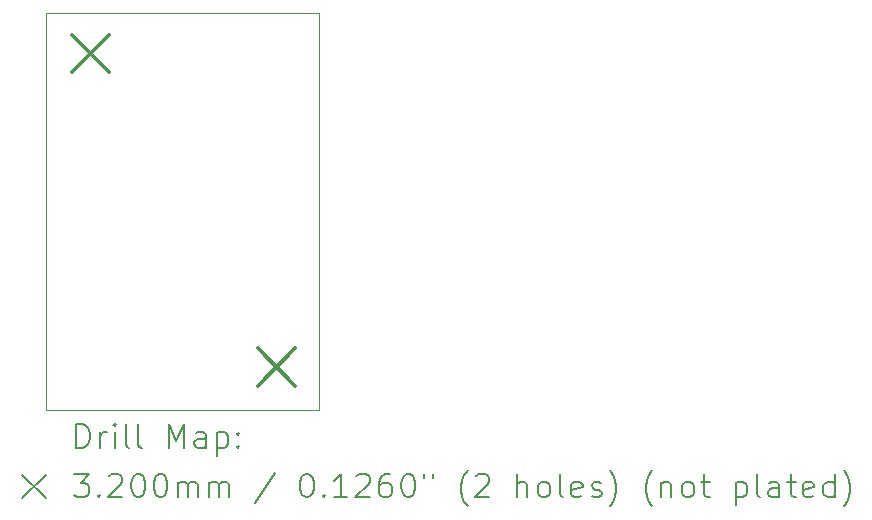
<source format=gbr>
%TF.GenerationSoftware,KiCad,Pcbnew,7.0.9*%
%TF.CreationDate,2024-01-10T21:16:13+01:00*%
%TF.ProjectId,TemperatureLM135,54656d70-6572-4617-9475-72654c4d3133,1.3*%
%TF.SameCoordinates,Original*%
%TF.FileFunction,Drillmap*%
%TF.FilePolarity,Positive*%
%FSLAX45Y45*%
G04 Gerber Fmt 4.5, Leading zero omitted, Abs format (unit mm)*
G04 Created by KiCad (PCBNEW 7.0.9) date 2024-01-10 21:16:13*
%MOMM*%
%LPD*%
G01*
G04 APERTURE LIST*
%ADD10C,0.100000*%
%ADD11C,0.200000*%
%ADD12C,0.320000*%
G04 APERTURE END LIST*
D10*
X5555150Y-1562100D02*
X7866550Y-1562100D01*
X7866550Y-4927600D01*
X5555150Y-4927600D01*
X5555150Y-1562100D01*
D11*
D12*
X5770900Y-1745000D02*
X6090900Y-2065000D01*
X6090900Y-1745000D02*
X5770900Y-2065000D01*
X7345700Y-4399300D02*
X7665700Y-4719300D01*
X7665700Y-4399300D02*
X7345700Y-4719300D01*
D11*
X5810927Y-5244084D02*
X5810927Y-5044084D01*
X5810927Y-5044084D02*
X5858546Y-5044084D01*
X5858546Y-5044084D02*
X5887117Y-5053608D01*
X5887117Y-5053608D02*
X5906165Y-5072655D01*
X5906165Y-5072655D02*
X5915689Y-5091703D01*
X5915689Y-5091703D02*
X5925212Y-5129798D01*
X5925212Y-5129798D02*
X5925212Y-5158370D01*
X5925212Y-5158370D02*
X5915689Y-5196465D01*
X5915689Y-5196465D02*
X5906165Y-5215512D01*
X5906165Y-5215512D02*
X5887117Y-5234560D01*
X5887117Y-5234560D02*
X5858546Y-5244084D01*
X5858546Y-5244084D02*
X5810927Y-5244084D01*
X6010927Y-5244084D02*
X6010927Y-5110750D01*
X6010927Y-5148846D02*
X6020451Y-5129798D01*
X6020451Y-5129798D02*
X6029974Y-5120274D01*
X6029974Y-5120274D02*
X6049022Y-5110750D01*
X6049022Y-5110750D02*
X6068070Y-5110750D01*
X6134736Y-5244084D02*
X6134736Y-5110750D01*
X6134736Y-5044084D02*
X6125212Y-5053608D01*
X6125212Y-5053608D02*
X6134736Y-5063131D01*
X6134736Y-5063131D02*
X6144260Y-5053608D01*
X6144260Y-5053608D02*
X6134736Y-5044084D01*
X6134736Y-5044084D02*
X6134736Y-5063131D01*
X6258546Y-5244084D02*
X6239498Y-5234560D01*
X6239498Y-5234560D02*
X6229974Y-5215512D01*
X6229974Y-5215512D02*
X6229974Y-5044084D01*
X6363308Y-5244084D02*
X6344260Y-5234560D01*
X6344260Y-5234560D02*
X6334736Y-5215512D01*
X6334736Y-5215512D02*
X6334736Y-5044084D01*
X6591879Y-5244084D02*
X6591879Y-5044084D01*
X6591879Y-5044084D02*
X6658546Y-5186941D01*
X6658546Y-5186941D02*
X6725212Y-5044084D01*
X6725212Y-5044084D02*
X6725212Y-5244084D01*
X6906165Y-5244084D02*
X6906165Y-5139322D01*
X6906165Y-5139322D02*
X6896641Y-5120274D01*
X6896641Y-5120274D02*
X6877593Y-5110750D01*
X6877593Y-5110750D02*
X6839498Y-5110750D01*
X6839498Y-5110750D02*
X6820451Y-5120274D01*
X6906165Y-5234560D02*
X6887117Y-5244084D01*
X6887117Y-5244084D02*
X6839498Y-5244084D01*
X6839498Y-5244084D02*
X6820451Y-5234560D01*
X6820451Y-5234560D02*
X6810927Y-5215512D01*
X6810927Y-5215512D02*
X6810927Y-5196465D01*
X6810927Y-5196465D02*
X6820451Y-5177417D01*
X6820451Y-5177417D02*
X6839498Y-5167893D01*
X6839498Y-5167893D02*
X6887117Y-5167893D01*
X6887117Y-5167893D02*
X6906165Y-5158370D01*
X7001403Y-5110750D02*
X7001403Y-5310750D01*
X7001403Y-5120274D02*
X7020451Y-5110750D01*
X7020451Y-5110750D02*
X7058546Y-5110750D01*
X7058546Y-5110750D02*
X7077593Y-5120274D01*
X7077593Y-5120274D02*
X7087117Y-5129798D01*
X7087117Y-5129798D02*
X7096641Y-5148846D01*
X7096641Y-5148846D02*
X7096641Y-5205989D01*
X7096641Y-5205989D02*
X7087117Y-5225036D01*
X7087117Y-5225036D02*
X7077593Y-5234560D01*
X7077593Y-5234560D02*
X7058546Y-5244084D01*
X7058546Y-5244084D02*
X7020451Y-5244084D01*
X7020451Y-5244084D02*
X7001403Y-5234560D01*
X7182355Y-5225036D02*
X7191879Y-5234560D01*
X7191879Y-5234560D02*
X7182355Y-5244084D01*
X7182355Y-5244084D02*
X7172832Y-5234560D01*
X7172832Y-5234560D02*
X7182355Y-5225036D01*
X7182355Y-5225036D02*
X7182355Y-5244084D01*
X7182355Y-5120274D02*
X7191879Y-5129798D01*
X7191879Y-5129798D02*
X7182355Y-5139322D01*
X7182355Y-5139322D02*
X7172832Y-5129798D01*
X7172832Y-5129798D02*
X7182355Y-5120274D01*
X7182355Y-5120274D02*
X7182355Y-5139322D01*
X5350150Y-5472600D02*
X5550150Y-5672600D01*
X5550150Y-5472600D02*
X5350150Y-5672600D01*
X5791879Y-5464084D02*
X5915689Y-5464084D01*
X5915689Y-5464084D02*
X5849022Y-5540274D01*
X5849022Y-5540274D02*
X5877593Y-5540274D01*
X5877593Y-5540274D02*
X5896641Y-5549798D01*
X5896641Y-5549798D02*
X5906165Y-5559322D01*
X5906165Y-5559322D02*
X5915689Y-5578370D01*
X5915689Y-5578370D02*
X5915689Y-5625988D01*
X5915689Y-5625988D02*
X5906165Y-5645036D01*
X5906165Y-5645036D02*
X5896641Y-5654560D01*
X5896641Y-5654560D02*
X5877593Y-5664084D01*
X5877593Y-5664084D02*
X5820451Y-5664084D01*
X5820451Y-5664084D02*
X5801403Y-5654560D01*
X5801403Y-5654560D02*
X5791879Y-5645036D01*
X6001403Y-5645036D02*
X6010927Y-5654560D01*
X6010927Y-5654560D02*
X6001403Y-5664084D01*
X6001403Y-5664084D02*
X5991879Y-5654560D01*
X5991879Y-5654560D02*
X6001403Y-5645036D01*
X6001403Y-5645036D02*
X6001403Y-5664084D01*
X6087117Y-5483131D02*
X6096641Y-5473608D01*
X6096641Y-5473608D02*
X6115689Y-5464084D01*
X6115689Y-5464084D02*
X6163308Y-5464084D01*
X6163308Y-5464084D02*
X6182355Y-5473608D01*
X6182355Y-5473608D02*
X6191879Y-5483131D01*
X6191879Y-5483131D02*
X6201403Y-5502179D01*
X6201403Y-5502179D02*
X6201403Y-5521227D01*
X6201403Y-5521227D02*
X6191879Y-5549798D01*
X6191879Y-5549798D02*
X6077593Y-5664084D01*
X6077593Y-5664084D02*
X6201403Y-5664084D01*
X6325212Y-5464084D02*
X6344260Y-5464084D01*
X6344260Y-5464084D02*
X6363308Y-5473608D01*
X6363308Y-5473608D02*
X6372832Y-5483131D01*
X6372832Y-5483131D02*
X6382355Y-5502179D01*
X6382355Y-5502179D02*
X6391879Y-5540274D01*
X6391879Y-5540274D02*
X6391879Y-5587893D01*
X6391879Y-5587893D02*
X6382355Y-5625988D01*
X6382355Y-5625988D02*
X6372832Y-5645036D01*
X6372832Y-5645036D02*
X6363308Y-5654560D01*
X6363308Y-5654560D02*
X6344260Y-5664084D01*
X6344260Y-5664084D02*
X6325212Y-5664084D01*
X6325212Y-5664084D02*
X6306165Y-5654560D01*
X6306165Y-5654560D02*
X6296641Y-5645036D01*
X6296641Y-5645036D02*
X6287117Y-5625988D01*
X6287117Y-5625988D02*
X6277593Y-5587893D01*
X6277593Y-5587893D02*
X6277593Y-5540274D01*
X6277593Y-5540274D02*
X6287117Y-5502179D01*
X6287117Y-5502179D02*
X6296641Y-5483131D01*
X6296641Y-5483131D02*
X6306165Y-5473608D01*
X6306165Y-5473608D02*
X6325212Y-5464084D01*
X6515689Y-5464084D02*
X6534736Y-5464084D01*
X6534736Y-5464084D02*
X6553784Y-5473608D01*
X6553784Y-5473608D02*
X6563308Y-5483131D01*
X6563308Y-5483131D02*
X6572832Y-5502179D01*
X6572832Y-5502179D02*
X6582355Y-5540274D01*
X6582355Y-5540274D02*
X6582355Y-5587893D01*
X6582355Y-5587893D02*
X6572832Y-5625988D01*
X6572832Y-5625988D02*
X6563308Y-5645036D01*
X6563308Y-5645036D02*
X6553784Y-5654560D01*
X6553784Y-5654560D02*
X6534736Y-5664084D01*
X6534736Y-5664084D02*
X6515689Y-5664084D01*
X6515689Y-5664084D02*
X6496641Y-5654560D01*
X6496641Y-5654560D02*
X6487117Y-5645036D01*
X6487117Y-5645036D02*
X6477593Y-5625988D01*
X6477593Y-5625988D02*
X6468070Y-5587893D01*
X6468070Y-5587893D02*
X6468070Y-5540274D01*
X6468070Y-5540274D02*
X6477593Y-5502179D01*
X6477593Y-5502179D02*
X6487117Y-5483131D01*
X6487117Y-5483131D02*
X6496641Y-5473608D01*
X6496641Y-5473608D02*
X6515689Y-5464084D01*
X6668070Y-5664084D02*
X6668070Y-5530750D01*
X6668070Y-5549798D02*
X6677593Y-5540274D01*
X6677593Y-5540274D02*
X6696641Y-5530750D01*
X6696641Y-5530750D02*
X6725213Y-5530750D01*
X6725213Y-5530750D02*
X6744260Y-5540274D01*
X6744260Y-5540274D02*
X6753784Y-5559322D01*
X6753784Y-5559322D02*
X6753784Y-5664084D01*
X6753784Y-5559322D02*
X6763308Y-5540274D01*
X6763308Y-5540274D02*
X6782355Y-5530750D01*
X6782355Y-5530750D02*
X6810927Y-5530750D01*
X6810927Y-5530750D02*
X6829974Y-5540274D01*
X6829974Y-5540274D02*
X6839498Y-5559322D01*
X6839498Y-5559322D02*
X6839498Y-5664084D01*
X6934736Y-5664084D02*
X6934736Y-5530750D01*
X6934736Y-5549798D02*
X6944260Y-5540274D01*
X6944260Y-5540274D02*
X6963308Y-5530750D01*
X6963308Y-5530750D02*
X6991879Y-5530750D01*
X6991879Y-5530750D02*
X7010927Y-5540274D01*
X7010927Y-5540274D02*
X7020451Y-5559322D01*
X7020451Y-5559322D02*
X7020451Y-5664084D01*
X7020451Y-5559322D02*
X7029974Y-5540274D01*
X7029974Y-5540274D02*
X7049022Y-5530750D01*
X7049022Y-5530750D02*
X7077593Y-5530750D01*
X7077593Y-5530750D02*
X7096641Y-5540274D01*
X7096641Y-5540274D02*
X7106165Y-5559322D01*
X7106165Y-5559322D02*
X7106165Y-5664084D01*
X7496641Y-5454560D02*
X7325213Y-5711703D01*
X7753784Y-5464084D02*
X7772832Y-5464084D01*
X7772832Y-5464084D02*
X7791879Y-5473608D01*
X7791879Y-5473608D02*
X7801403Y-5483131D01*
X7801403Y-5483131D02*
X7810927Y-5502179D01*
X7810927Y-5502179D02*
X7820451Y-5540274D01*
X7820451Y-5540274D02*
X7820451Y-5587893D01*
X7820451Y-5587893D02*
X7810927Y-5625988D01*
X7810927Y-5625988D02*
X7801403Y-5645036D01*
X7801403Y-5645036D02*
X7791879Y-5654560D01*
X7791879Y-5654560D02*
X7772832Y-5664084D01*
X7772832Y-5664084D02*
X7753784Y-5664084D01*
X7753784Y-5664084D02*
X7734736Y-5654560D01*
X7734736Y-5654560D02*
X7725213Y-5645036D01*
X7725213Y-5645036D02*
X7715689Y-5625988D01*
X7715689Y-5625988D02*
X7706165Y-5587893D01*
X7706165Y-5587893D02*
X7706165Y-5540274D01*
X7706165Y-5540274D02*
X7715689Y-5502179D01*
X7715689Y-5502179D02*
X7725213Y-5483131D01*
X7725213Y-5483131D02*
X7734736Y-5473608D01*
X7734736Y-5473608D02*
X7753784Y-5464084D01*
X7906165Y-5645036D02*
X7915689Y-5654560D01*
X7915689Y-5654560D02*
X7906165Y-5664084D01*
X7906165Y-5664084D02*
X7896641Y-5654560D01*
X7896641Y-5654560D02*
X7906165Y-5645036D01*
X7906165Y-5645036D02*
X7906165Y-5664084D01*
X8106165Y-5664084D02*
X7991879Y-5664084D01*
X8049022Y-5664084D02*
X8049022Y-5464084D01*
X8049022Y-5464084D02*
X8029975Y-5492655D01*
X8029975Y-5492655D02*
X8010927Y-5511703D01*
X8010927Y-5511703D02*
X7991879Y-5521227D01*
X8182356Y-5483131D02*
X8191879Y-5473608D01*
X8191879Y-5473608D02*
X8210927Y-5464084D01*
X8210927Y-5464084D02*
X8258546Y-5464084D01*
X8258546Y-5464084D02*
X8277594Y-5473608D01*
X8277594Y-5473608D02*
X8287117Y-5483131D01*
X8287117Y-5483131D02*
X8296641Y-5502179D01*
X8296641Y-5502179D02*
X8296641Y-5521227D01*
X8296641Y-5521227D02*
X8287117Y-5549798D01*
X8287117Y-5549798D02*
X8172832Y-5664084D01*
X8172832Y-5664084D02*
X8296641Y-5664084D01*
X8468070Y-5464084D02*
X8429975Y-5464084D01*
X8429975Y-5464084D02*
X8410927Y-5473608D01*
X8410927Y-5473608D02*
X8401403Y-5483131D01*
X8401403Y-5483131D02*
X8382356Y-5511703D01*
X8382356Y-5511703D02*
X8372832Y-5549798D01*
X8372832Y-5549798D02*
X8372832Y-5625988D01*
X8372832Y-5625988D02*
X8382356Y-5645036D01*
X8382356Y-5645036D02*
X8391879Y-5654560D01*
X8391879Y-5654560D02*
X8410927Y-5664084D01*
X8410927Y-5664084D02*
X8449022Y-5664084D01*
X8449022Y-5664084D02*
X8468070Y-5654560D01*
X8468070Y-5654560D02*
X8477594Y-5645036D01*
X8477594Y-5645036D02*
X8487118Y-5625988D01*
X8487118Y-5625988D02*
X8487118Y-5578370D01*
X8487118Y-5578370D02*
X8477594Y-5559322D01*
X8477594Y-5559322D02*
X8468070Y-5549798D01*
X8468070Y-5549798D02*
X8449022Y-5540274D01*
X8449022Y-5540274D02*
X8410927Y-5540274D01*
X8410927Y-5540274D02*
X8391879Y-5549798D01*
X8391879Y-5549798D02*
X8382356Y-5559322D01*
X8382356Y-5559322D02*
X8372832Y-5578370D01*
X8610927Y-5464084D02*
X8629975Y-5464084D01*
X8629975Y-5464084D02*
X8649022Y-5473608D01*
X8649022Y-5473608D02*
X8658546Y-5483131D01*
X8658546Y-5483131D02*
X8668070Y-5502179D01*
X8668070Y-5502179D02*
X8677594Y-5540274D01*
X8677594Y-5540274D02*
X8677594Y-5587893D01*
X8677594Y-5587893D02*
X8668070Y-5625988D01*
X8668070Y-5625988D02*
X8658546Y-5645036D01*
X8658546Y-5645036D02*
X8649022Y-5654560D01*
X8649022Y-5654560D02*
X8629975Y-5664084D01*
X8629975Y-5664084D02*
X8610927Y-5664084D01*
X8610927Y-5664084D02*
X8591879Y-5654560D01*
X8591879Y-5654560D02*
X8582356Y-5645036D01*
X8582356Y-5645036D02*
X8572832Y-5625988D01*
X8572832Y-5625988D02*
X8563308Y-5587893D01*
X8563308Y-5587893D02*
X8563308Y-5540274D01*
X8563308Y-5540274D02*
X8572832Y-5502179D01*
X8572832Y-5502179D02*
X8582356Y-5483131D01*
X8582356Y-5483131D02*
X8591879Y-5473608D01*
X8591879Y-5473608D02*
X8610927Y-5464084D01*
X8753784Y-5464084D02*
X8753784Y-5502179D01*
X8829975Y-5464084D02*
X8829975Y-5502179D01*
X9125213Y-5740274D02*
X9115689Y-5730750D01*
X9115689Y-5730750D02*
X9096641Y-5702179D01*
X9096641Y-5702179D02*
X9087118Y-5683131D01*
X9087118Y-5683131D02*
X9077594Y-5654560D01*
X9077594Y-5654560D02*
X9068070Y-5606941D01*
X9068070Y-5606941D02*
X9068070Y-5568846D01*
X9068070Y-5568846D02*
X9077594Y-5521227D01*
X9077594Y-5521227D02*
X9087118Y-5492655D01*
X9087118Y-5492655D02*
X9096641Y-5473608D01*
X9096641Y-5473608D02*
X9115689Y-5445036D01*
X9115689Y-5445036D02*
X9125213Y-5435512D01*
X9191880Y-5483131D02*
X9201403Y-5473608D01*
X9201403Y-5473608D02*
X9220451Y-5464084D01*
X9220451Y-5464084D02*
X9268070Y-5464084D01*
X9268070Y-5464084D02*
X9287118Y-5473608D01*
X9287118Y-5473608D02*
X9296641Y-5483131D01*
X9296641Y-5483131D02*
X9306165Y-5502179D01*
X9306165Y-5502179D02*
X9306165Y-5521227D01*
X9306165Y-5521227D02*
X9296641Y-5549798D01*
X9296641Y-5549798D02*
X9182356Y-5664084D01*
X9182356Y-5664084D02*
X9306165Y-5664084D01*
X9544261Y-5664084D02*
X9544261Y-5464084D01*
X9629975Y-5664084D02*
X9629975Y-5559322D01*
X9629975Y-5559322D02*
X9620451Y-5540274D01*
X9620451Y-5540274D02*
X9601403Y-5530750D01*
X9601403Y-5530750D02*
X9572832Y-5530750D01*
X9572832Y-5530750D02*
X9553784Y-5540274D01*
X9553784Y-5540274D02*
X9544261Y-5549798D01*
X9753784Y-5664084D02*
X9734737Y-5654560D01*
X9734737Y-5654560D02*
X9725213Y-5645036D01*
X9725213Y-5645036D02*
X9715689Y-5625988D01*
X9715689Y-5625988D02*
X9715689Y-5568846D01*
X9715689Y-5568846D02*
X9725213Y-5549798D01*
X9725213Y-5549798D02*
X9734737Y-5540274D01*
X9734737Y-5540274D02*
X9753784Y-5530750D01*
X9753784Y-5530750D02*
X9782356Y-5530750D01*
X9782356Y-5530750D02*
X9801403Y-5540274D01*
X9801403Y-5540274D02*
X9810927Y-5549798D01*
X9810927Y-5549798D02*
X9820451Y-5568846D01*
X9820451Y-5568846D02*
X9820451Y-5625988D01*
X9820451Y-5625988D02*
X9810927Y-5645036D01*
X9810927Y-5645036D02*
X9801403Y-5654560D01*
X9801403Y-5654560D02*
X9782356Y-5664084D01*
X9782356Y-5664084D02*
X9753784Y-5664084D01*
X9934737Y-5664084D02*
X9915689Y-5654560D01*
X9915689Y-5654560D02*
X9906165Y-5635512D01*
X9906165Y-5635512D02*
X9906165Y-5464084D01*
X10087118Y-5654560D02*
X10068070Y-5664084D01*
X10068070Y-5664084D02*
X10029975Y-5664084D01*
X10029975Y-5664084D02*
X10010927Y-5654560D01*
X10010927Y-5654560D02*
X10001403Y-5635512D01*
X10001403Y-5635512D02*
X10001403Y-5559322D01*
X10001403Y-5559322D02*
X10010927Y-5540274D01*
X10010927Y-5540274D02*
X10029975Y-5530750D01*
X10029975Y-5530750D02*
X10068070Y-5530750D01*
X10068070Y-5530750D02*
X10087118Y-5540274D01*
X10087118Y-5540274D02*
X10096642Y-5559322D01*
X10096642Y-5559322D02*
X10096642Y-5578370D01*
X10096642Y-5578370D02*
X10001403Y-5597417D01*
X10172832Y-5654560D02*
X10191880Y-5664084D01*
X10191880Y-5664084D02*
X10229975Y-5664084D01*
X10229975Y-5664084D02*
X10249023Y-5654560D01*
X10249023Y-5654560D02*
X10258546Y-5635512D01*
X10258546Y-5635512D02*
X10258546Y-5625988D01*
X10258546Y-5625988D02*
X10249023Y-5606941D01*
X10249023Y-5606941D02*
X10229975Y-5597417D01*
X10229975Y-5597417D02*
X10201403Y-5597417D01*
X10201403Y-5597417D02*
X10182356Y-5587893D01*
X10182356Y-5587893D02*
X10172832Y-5568846D01*
X10172832Y-5568846D02*
X10172832Y-5559322D01*
X10172832Y-5559322D02*
X10182356Y-5540274D01*
X10182356Y-5540274D02*
X10201403Y-5530750D01*
X10201403Y-5530750D02*
X10229975Y-5530750D01*
X10229975Y-5530750D02*
X10249023Y-5540274D01*
X10325213Y-5740274D02*
X10334737Y-5730750D01*
X10334737Y-5730750D02*
X10353784Y-5702179D01*
X10353784Y-5702179D02*
X10363308Y-5683131D01*
X10363308Y-5683131D02*
X10372832Y-5654560D01*
X10372832Y-5654560D02*
X10382356Y-5606941D01*
X10382356Y-5606941D02*
X10382356Y-5568846D01*
X10382356Y-5568846D02*
X10372832Y-5521227D01*
X10372832Y-5521227D02*
X10363308Y-5492655D01*
X10363308Y-5492655D02*
X10353784Y-5473608D01*
X10353784Y-5473608D02*
X10334737Y-5445036D01*
X10334737Y-5445036D02*
X10325213Y-5435512D01*
X10687118Y-5740274D02*
X10677594Y-5730750D01*
X10677594Y-5730750D02*
X10658546Y-5702179D01*
X10658546Y-5702179D02*
X10649023Y-5683131D01*
X10649023Y-5683131D02*
X10639499Y-5654560D01*
X10639499Y-5654560D02*
X10629975Y-5606941D01*
X10629975Y-5606941D02*
X10629975Y-5568846D01*
X10629975Y-5568846D02*
X10639499Y-5521227D01*
X10639499Y-5521227D02*
X10649023Y-5492655D01*
X10649023Y-5492655D02*
X10658546Y-5473608D01*
X10658546Y-5473608D02*
X10677594Y-5445036D01*
X10677594Y-5445036D02*
X10687118Y-5435512D01*
X10763308Y-5530750D02*
X10763308Y-5664084D01*
X10763308Y-5549798D02*
X10772832Y-5540274D01*
X10772832Y-5540274D02*
X10791880Y-5530750D01*
X10791880Y-5530750D02*
X10820451Y-5530750D01*
X10820451Y-5530750D02*
X10839499Y-5540274D01*
X10839499Y-5540274D02*
X10849023Y-5559322D01*
X10849023Y-5559322D02*
X10849023Y-5664084D01*
X10972832Y-5664084D02*
X10953784Y-5654560D01*
X10953784Y-5654560D02*
X10944261Y-5645036D01*
X10944261Y-5645036D02*
X10934737Y-5625988D01*
X10934737Y-5625988D02*
X10934737Y-5568846D01*
X10934737Y-5568846D02*
X10944261Y-5549798D01*
X10944261Y-5549798D02*
X10953784Y-5540274D01*
X10953784Y-5540274D02*
X10972832Y-5530750D01*
X10972832Y-5530750D02*
X11001404Y-5530750D01*
X11001404Y-5530750D02*
X11020451Y-5540274D01*
X11020451Y-5540274D02*
X11029975Y-5549798D01*
X11029975Y-5549798D02*
X11039499Y-5568846D01*
X11039499Y-5568846D02*
X11039499Y-5625988D01*
X11039499Y-5625988D02*
X11029975Y-5645036D01*
X11029975Y-5645036D02*
X11020451Y-5654560D01*
X11020451Y-5654560D02*
X11001404Y-5664084D01*
X11001404Y-5664084D02*
X10972832Y-5664084D01*
X11096642Y-5530750D02*
X11172832Y-5530750D01*
X11125213Y-5464084D02*
X11125213Y-5635512D01*
X11125213Y-5635512D02*
X11134737Y-5654560D01*
X11134737Y-5654560D02*
X11153784Y-5664084D01*
X11153784Y-5664084D02*
X11172832Y-5664084D01*
X11391880Y-5530750D02*
X11391880Y-5730750D01*
X11391880Y-5540274D02*
X11410927Y-5530750D01*
X11410927Y-5530750D02*
X11449023Y-5530750D01*
X11449023Y-5530750D02*
X11468070Y-5540274D01*
X11468070Y-5540274D02*
X11477594Y-5549798D01*
X11477594Y-5549798D02*
X11487118Y-5568846D01*
X11487118Y-5568846D02*
X11487118Y-5625988D01*
X11487118Y-5625988D02*
X11477594Y-5645036D01*
X11477594Y-5645036D02*
X11468070Y-5654560D01*
X11468070Y-5654560D02*
X11449023Y-5664084D01*
X11449023Y-5664084D02*
X11410927Y-5664084D01*
X11410927Y-5664084D02*
X11391880Y-5654560D01*
X11601403Y-5664084D02*
X11582356Y-5654560D01*
X11582356Y-5654560D02*
X11572832Y-5635512D01*
X11572832Y-5635512D02*
X11572832Y-5464084D01*
X11763308Y-5664084D02*
X11763308Y-5559322D01*
X11763308Y-5559322D02*
X11753784Y-5540274D01*
X11753784Y-5540274D02*
X11734737Y-5530750D01*
X11734737Y-5530750D02*
X11696642Y-5530750D01*
X11696642Y-5530750D02*
X11677594Y-5540274D01*
X11763308Y-5654560D02*
X11744261Y-5664084D01*
X11744261Y-5664084D02*
X11696642Y-5664084D01*
X11696642Y-5664084D02*
X11677594Y-5654560D01*
X11677594Y-5654560D02*
X11668070Y-5635512D01*
X11668070Y-5635512D02*
X11668070Y-5616465D01*
X11668070Y-5616465D02*
X11677594Y-5597417D01*
X11677594Y-5597417D02*
X11696642Y-5587893D01*
X11696642Y-5587893D02*
X11744261Y-5587893D01*
X11744261Y-5587893D02*
X11763308Y-5578370D01*
X11829975Y-5530750D02*
X11906165Y-5530750D01*
X11858546Y-5464084D02*
X11858546Y-5635512D01*
X11858546Y-5635512D02*
X11868070Y-5654560D01*
X11868070Y-5654560D02*
X11887118Y-5664084D01*
X11887118Y-5664084D02*
X11906165Y-5664084D01*
X12049023Y-5654560D02*
X12029975Y-5664084D01*
X12029975Y-5664084D02*
X11991880Y-5664084D01*
X11991880Y-5664084D02*
X11972832Y-5654560D01*
X11972832Y-5654560D02*
X11963308Y-5635512D01*
X11963308Y-5635512D02*
X11963308Y-5559322D01*
X11963308Y-5559322D02*
X11972832Y-5540274D01*
X11972832Y-5540274D02*
X11991880Y-5530750D01*
X11991880Y-5530750D02*
X12029975Y-5530750D01*
X12029975Y-5530750D02*
X12049023Y-5540274D01*
X12049023Y-5540274D02*
X12058546Y-5559322D01*
X12058546Y-5559322D02*
X12058546Y-5578370D01*
X12058546Y-5578370D02*
X11963308Y-5597417D01*
X12229975Y-5664084D02*
X12229975Y-5464084D01*
X12229975Y-5654560D02*
X12210927Y-5664084D01*
X12210927Y-5664084D02*
X12172832Y-5664084D01*
X12172832Y-5664084D02*
X12153784Y-5654560D01*
X12153784Y-5654560D02*
X12144261Y-5645036D01*
X12144261Y-5645036D02*
X12134737Y-5625988D01*
X12134737Y-5625988D02*
X12134737Y-5568846D01*
X12134737Y-5568846D02*
X12144261Y-5549798D01*
X12144261Y-5549798D02*
X12153784Y-5540274D01*
X12153784Y-5540274D02*
X12172832Y-5530750D01*
X12172832Y-5530750D02*
X12210927Y-5530750D01*
X12210927Y-5530750D02*
X12229975Y-5540274D01*
X12306165Y-5740274D02*
X12315689Y-5730750D01*
X12315689Y-5730750D02*
X12334737Y-5702179D01*
X12334737Y-5702179D02*
X12344261Y-5683131D01*
X12344261Y-5683131D02*
X12353784Y-5654560D01*
X12353784Y-5654560D02*
X12363308Y-5606941D01*
X12363308Y-5606941D02*
X12363308Y-5568846D01*
X12363308Y-5568846D02*
X12353784Y-5521227D01*
X12353784Y-5521227D02*
X12344261Y-5492655D01*
X12344261Y-5492655D02*
X12334737Y-5473608D01*
X12334737Y-5473608D02*
X12315689Y-5445036D01*
X12315689Y-5445036D02*
X12306165Y-5435512D01*
M02*

</source>
